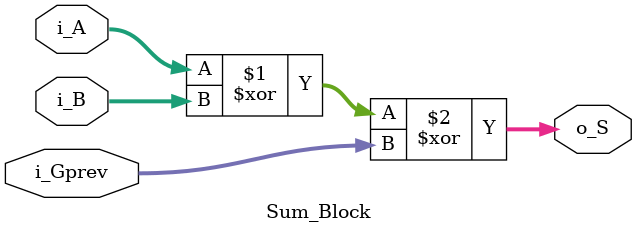
<source format=sv>
module CarryPrefix_Adder
	(input logic[31:-1]	i_A, i_B,
	input logic			i_Cin,
	output logic[31:0]	o_Sum,
	output logic		o_Cout);

	logic[31:-1]	s_Pi, s_Gi;



	logic[15:0] s_Pik_0, s_Pkj_0, s_Gik_0, s_Gkj_0,
				s_Pik_1, s_Pkj_1, s_Gik_1, s_Gkj_1,
				s_Pik_2, s_Pkj_2, s_Gik_2, s_Gkj_2,
				s_Pik_3, s_Pkj_3, s_Gik_3, s_Gkj_3,
				s_Pik_4, s_Pkj_4, s_Gik_4, s_Gkj_4;

	logic[15:0]	s_Pij_0, s_Gij_0,
				s_Pij_1, s_Gij_1,
				s_Pij_2, s_Gij_2,
				s_Pij_3, s_Gij_3,
				s_Pij_4, s_Gij_4;


	logic[30:0]	s_Propagate, s_Generate;



	PropagateGenerate_Block in(i_A, i_B, s_Pi, s_Gi);
	
	assign s_Pik_0 = {s_Pi[30], s_Pi[28], s_Pi[26], s_Pi[24], s_Pi[22], s_Pi[20], s_Pi[18], s_Pi[16], s_Pi[14], s_Pi[12], s_Pi[10], s_Pi[8], s_Pi[6], s_Pi[4], s_Pi[2], s_Pi[0]};
	assign s_Gik_0 = {s_Gi[30], s_Gi[28], s_Gi[26], s_Gi[24], s_Gi[22], s_Gi[20], s_Gi[18], s_Gi[16], s_Gi[14], s_Gi[12], s_Gi[10], s_Gi[8], s_Gi[6], s_Gi[4], s_Gi[2], s_Gi[0]};

	assign s_Pkj_0 = {s_Pi[29], s_Pi[27], s_Pi[25], s_Pi[23], s_Pi[21], s_Pi[19], s_Pi[17], s_Pi[15], s_Pi[13], s_Pi[11], s_Pi[9], s_Pi[7], s_Pi[5], s_Pi[3], s_Pi[1], 1'b0/*s_Pi[-1]*/};
	assign s_Gkj_0 = {s_Gi[29], s_Gi[27], s_Gi[25], s_Gi[23], s_Gi[21], s_Gi[19], s_Gi[17], s_Gi[15], s_Gi[13], s_Gi[11], s_Gi[9], s_Gi[7], s_Gi[5], s_Gi[3], s_Gi[1], i_Cin/*s_Gi[-1]*/};
	
	BlackBox_Block topLevel(s_Pik_0, s_Pkj_0, s_Gik_0, s_Gkj_0, s_Pij_0, s_Gij_0);
	
	
	assign s_Pik_1 = {s_Pij_0[15], s_Pi[29], s_Pij_0[13], s_Pi[25], s_Pij_0[11], s_Pi[21], s_Pij_0[9], s_Pi[17], s_Pij_0[7], s_Pi[13], s_Pij_0[5], s_Pi[9], s_Pij_0[3], s_Pi[5], s_Pij_0[1], s_Pi[1]};
	assign s_Gik_1 = {s_Gij_0[15], s_Gi[29], s_Gij_0[13], s_Gi[25], s_Gij_0[11], s_Gi[21], s_Gij_0[9], s_Gi[17], s_Gij_0[7], s_Gi[13], s_Gij_0[5], s_Gi[9], s_Gij_0[3], s_Gi[5], s_Gij_0[1], s_Gi[1]};

	assign s_Pkj_1 = {s_Pij_0[14], s_Pij_0[14], s_Pij_0[12], s_Pij_0[12], s_Pij_0[10], s_Pij_0[10], s_Pij_0[8], s_Pij_0[8], s_Pij_0[6], s_Pij_0[6], s_Pij_0[4], s_Pij_0[4], s_Pij_0[2], s_Pij_0[2], s_Pij_0[0], s_Pij_0[0]};
	assign s_Gkj_1 = {s_Gij_0[14], s_Gij_0[14], s_Gij_0[12], s_Gij_0[12], s_Gij_0[10], s_Gij_0[10], s_Gij_0[8], s_Gij_0[8], s_Gij_0[6], s_Gij_0[6], s_Gij_0[4], s_Gij_0[4], s_Gij_0[2], s_Gij_0[2], s_Gij_0[0], s_Gij_0[0]};
	
	BlackBox_Block secondLevel(s_Pik_1, s_Pkj_1, s_Gik_1, s_Gkj_1, s_Pij_1, s_Gij_1);
	
	
	assign s_Pik_2 = {s_Pij_1[15], s_Pij_1[14], s_Pij_0[14], s_Pi[27], s_Pij_1[11], s_Pij_1[10], s_Pij_0[10], s_Pi[19], s_Pij_1[7], s_Pij_1[6], s_Pij_0[6], s_Pi[11], s_Pij_1[3], s_Pij_1[2], s_Pij_0[2], s_Pi[3]};
	assign s_Gik_2 = {s_Gij_1[15], s_Gij_1[14], s_Gij_0[14], s_Gi[27], s_Gij_1[11], s_Gij_1[10], s_Gij_0[10], s_Gi[19], s_Gij_1[7], s_Gij_1[6], s_Gij_0[6], s_Gi[11], s_Gij_1[3], s_Gij_1[2], s_Gij_0[2], s_Gi[3]};

	assign s_Pkj_2 = {s_Pij_1[13], s_Pij_1[13], s_Pij_1[13], s_Pij_1[13], s_Pij_1[9], s_Pij_1[9], s_Pij_1[9], s_Pij_1[9], s_Pij_1[5], s_Pij_1[5], s_Pij_1[5], s_Pij_1[5], s_Pij_1[1], s_Pij_1[1], s_Pij_1[1], s_Pij_1[1]};
	assign s_Gkj_2 = {s_Gij_1[13], s_Gij_1[13], s_Gij_1[13], s_Gij_1[13], s_Gij_1[9], s_Gij_1[9], s_Gij_1[9], s_Gij_1[9], s_Gij_1[5], s_Gij_1[5], s_Gij_1[5], s_Gij_1[5], s_Gij_1[1], s_Gij_1[1], s_Gij_1[1], s_Gij_1[1]};
	
	BlackBox_Block thirdLevel(s_Pik_2, s_Pkj_2, s_Gik_2, s_Gkj_2, s_Pij_2, s_Gij_2);
	
	
	assign s_Pik_3 = {s_Pij_2[15], s_Pij_2[14], s_Pij_2[13], s_Pij_2[12], s_Pij_1[13], s_Pij_1[12], s_Pij_0[12], s_Pi[8], s_Pij_2[7], s_Pij_2[6], s_Pij_2[5], s_Pij_2[4], s_Pij_1[5], s_Pij_1[4], s_Pij_0[4], s_Pi[0]};
	assign s_Gik_3 = {s_Gij_2[15], s_Gij_2[14], s_Gij_2[13], s_Gij_2[12], s_Gij_1[13], s_Gij_1[12], s_Gij_0[12], s_Gi[8], s_Gij_2[7], s_Gij_2[6], s_Gij_2[5], s_Gij_2[4], s_Gij_1[5], s_Gij_1[4], s_Gij_0[4], s_Gi[0]};

	assign s_Pkj_3 = {s_Pij_2[11], s_Pij_2[11], s_Pij_2[11], s_Pij_2[11], s_Pij_2[11], s_Pij_2[11], s_Pij_2[11], s_Pij_2[11], s_Pij_2[7], s_Pij_2[7], s_Pij_2[7], s_Pij_2[7], s_Pij_2[7], s_Pij_2[7], s_Pij_2[7], s_Pij_2[7]};
	assign s_Gkj_3 = {s_Gij_2[11], s_Gij_2[11], s_Gij_2[11], s_Gij_2[11], s_Gij_2[11], s_Gij_2[11], s_Gij_2[11], s_Gij_2[11], s_Gij_2[7], s_Gij_2[7], s_Gij_2[7], s_Gij_2[7], s_Gij_2[7], s_Gij_2[7], s_Gij_2[7], s_Gij_2[7]};
	
	BlackBox_Block fourthLevel(s_Pik_3, s_Pkj_3, s_Gik_3, s_Gkj_3, s_Pij_3, s_Gij_3);
	
	
	assign s_Pik_4 = {s_Pij_3[15], s_Pij_3[14], s_Pij_3[13], s_Pij_3[12], s_Pij_3[11], s_Pij_3[10], s_Pij_3[9], s_Pij_3[8], s_Pij_2[11], s_Pij_2[10], s_Pij_2[9], s_Pij_2[8], s_Pij_1[9], s_Pij_1[8], s_Pij_0[8], s_Pi[15]};
	assign s_Gik_4 = {s_Gij_3[15], s_Gij_3[14], s_Gij_3[13], s_Gij_3[12], s_Gij_3[11], s_Gij_3[10], s_Gij_3[9], s_Gij_3[8], s_Gij_2[11], s_Gij_2[10], s_Gij_2[9], s_Gij_2[8], s_Gij_1[9], s_Gij_1[8], s_Gij_0[8], s_Gi[15]};

	assign s_Pkj_4 = {s_Pij_3[7], s_Pij_3[7], s_Pij_3[7], s_Pij_3[7], s_Pij_3[7], s_Pij_3[7], s_Pij_3[7], s_Pij_3[7], s_Pij_3[7], s_Pij_3[7], s_Pij_3[7], s_Pij_3[7], s_Pij_3[7], s_Pij_3[7], s_Pij_3[7], s_Pij_3[7]};
	assign s_Gkj_4 = {s_Gij_3[7], s_Gij_3[7], s_Gij_3[7], s_Gij_3[7], s_Gij_3[7], s_Gij_3[7], s_Gij_3[7], s_Gij_3[7], s_Gij_3[7], s_Gij_3[7], s_Gij_3[7], s_Gij_3[7], s_Gij_3[7], s_Gij_3[7], s_Gij_3[7], s_Gij_3[7]};
	
	BlackBox_Block bottomLevel(s_Pik_4, s_Pkj_4, s_Gik_4, s_Gkj_4, s_Pij_4, s_Gij_4);
	
	assign s_Propagate = {s_Pij_4, s_Pij_3[7:0], s_Pij_2[3:0], s_Pij_1[1:0], s_Pij_0[0]};
	assign s_Generate = {s_Gij_4, s_Gij_3[7:0], s_Gij_2[3:0], s_Gij_1[1:0], s_Gij_0[0]};
	
	Sum_Block out(i_A, i_B, s_Generate, o_Sum);

endmodule

module PropagateGenerate_Block
	(input logic[31:-1]	i_A, i_B,
	output logic[31:-1]	o_P, o_G);
	
	assign o_P[30:-1] = i_A[30:-1] | i_B[30:-1];
	assign o_G[30:-1] = i_A[30:-1] & i_B[30:-1];

endmodule

module BlackBox_Block
	(input logic[15:0]	i_Pik, i_Pkj, i_Gik, i_Gkj,
	output logic[15:0]	o_Pij, o_Gij);
	
	logic[15:0]			s_PikGkj;
	
	assign s_PikGkj = i_Pik & i_Gkj;
	
	assign o_Pij = i_Pik & i_Pkj;
	assign o_Gij = i_Gik | s_PikGkj;

endmodule

module Sum_Block
	(input logic[31:0]	i_A, i_B, i_Gprev,
	output logic[31:0]	o_S);

	assign o_S = i_A ^ i_B ^ i_Gprev;

endmodule
</source>
